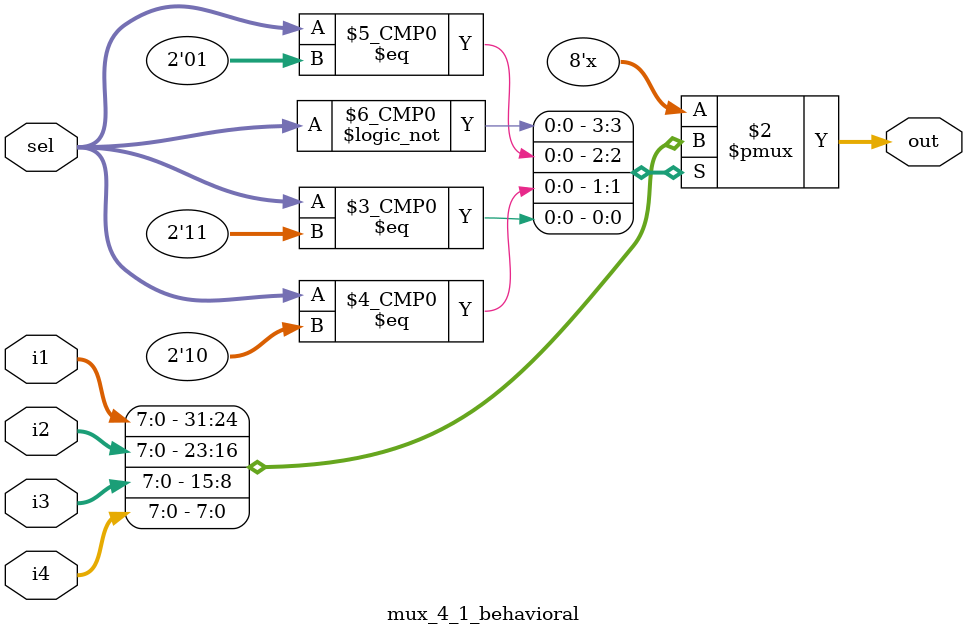
<source format=v>
`timescale 1ns / 1ps
module mux_4_1_behavioral(i1, i2, i3, i4, sel, out);
	input [7:0] i1, i2, i3, i4;
	input [1:0] sel;
	output reg [7:0] out;
	
	always @(i1 or i2 or i3 or i4 or sel)
	begin
		case( sel )
			2'b00:	out = i1;
			2'b01:	out = i2;
			2'b10:	out = i3;
			2'b11:	out = i4;
			default: out = 8'b00000000;
		endcase
	end

endmodule

</source>
